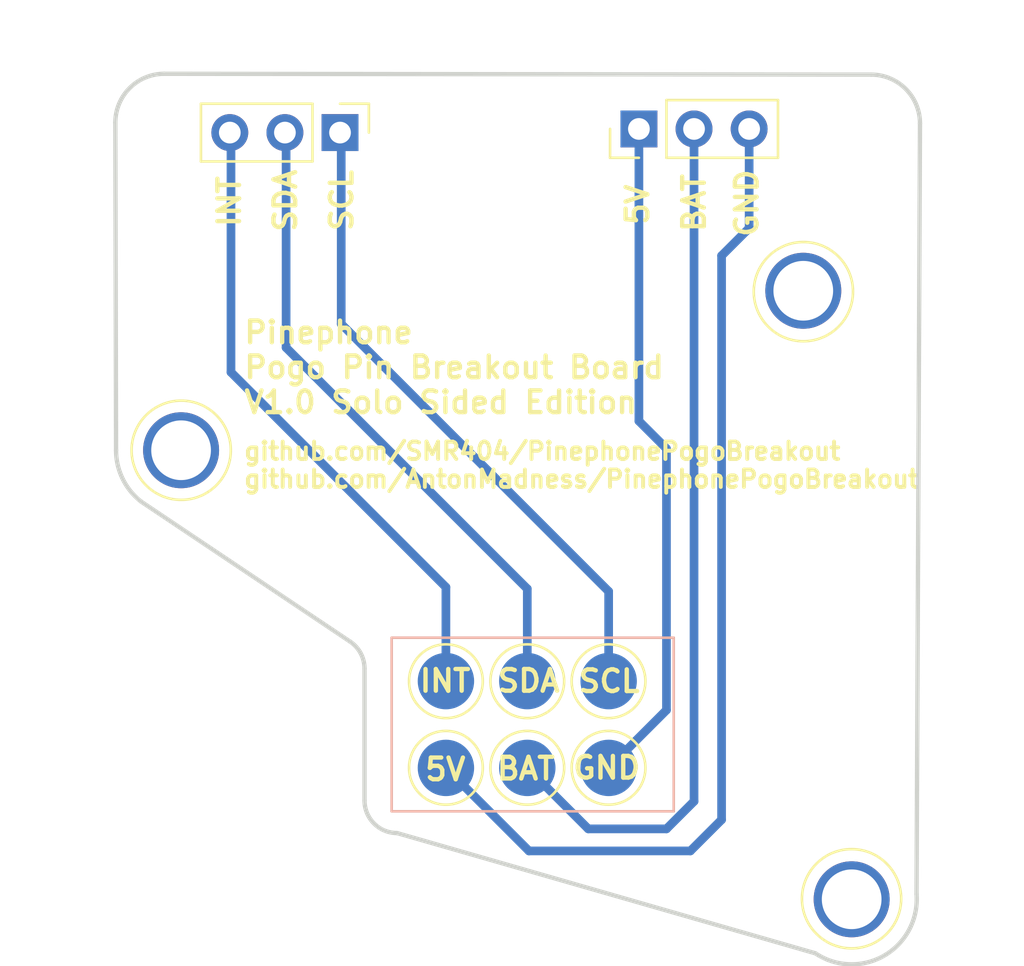
<source format=kicad_pcb>
(kicad_pcb (version 20171130) (host pcbnew "(5.1.6)-1")

  (general
    (thickness 1.6)
    (drawings 35)
    (tracks 32)
    (zones 0)
    (modules 6)
    (nets 7)
  )

  (page A4)
  (layers
    (0 F.Cu signal)
    (31 B.Cu signal)
    (32 B.Adhes user)
    (33 F.Adhes user)
    (34 B.Paste user)
    (35 F.Paste user)
    (36 B.SilkS user)
    (37 F.SilkS user)
    (38 B.Mask user)
    (39 F.Mask user)
    (40 Dwgs.User user)
    (41 Cmts.User user)
    (42 Eco1.User user)
    (43 Eco2.User user)
    (44 Edge.Cuts user)
    (45 Margin user)
    (46 B.CrtYd user)
    (47 F.CrtYd user)
    (48 B.Fab user)
    (49 F.Fab user)
  )

  (setup
    (last_trace_width 0.4)
    (trace_clearance 0.2)
    (zone_clearance 0.508)
    (zone_45_only no)
    (trace_min 0.2)
    (via_size 0.8)
    (via_drill 0.4)
    (via_min_size 0.4)
    (via_min_drill 0.3)
    (uvia_size 0.3)
    (uvia_drill 0.1)
    (uvias_allowed no)
    (uvia_min_size 0.2)
    (uvia_min_drill 0.1)
    (edge_width 0.05)
    (segment_width 0.2)
    (pcb_text_width 0.3)
    (pcb_text_size 1.5 1.5)
    (mod_edge_width 0.12)
    (mod_text_size 1 1)
    (mod_text_width 0.15)
    (pad_size 3.5 3.5)
    (pad_drill 2.75)
    (pad_to_mask_clearance 0.051)
    (solder_mask_min_width 0.25)
    (aux_axis_origin 0 0)
    (grid_origin 144.78 83.566)
    (visible_elements 7FFFFFFF)
    (pcbplotparams
      (layerselection 0x010fc_ffffffff)
      (usegerberextensions false)
      (usegerberattributes false)
      (usegerberadvancedattributes false)
      (creategerberjobfile false)
      (excludeedgelayer true)
      (linewidth 0.100000)
      (plotframeref false)
      (viasonmask false)
      (mode 1)
      (useauxorigin false)
      (hpglpennumber 1)
      (hpglpenspeed 20)
      (hpglpendiameter 15.000000)
      (psnegative false)
      (psa4output false)
      (plotreference true)
      (plotvalue true)
      (plotinvisibletext false)
      (padsonsilk false)
      (subtractmaskfromsilk false)
      (outputformat 1)
      (mirror false)
      (drillshape 1)
      (scaleselection 1)
      (outputdirectory ""))
  )

  (net 0 "")
  (net 1 "Net-(J1-Pad3)")
  (net 2 "Net-(J1-Pad2)")
  (net 3 "Net-(J1-Pad1)")
  (net 4 "Net-(J1-Pad4)")
  (net 5 "Net-(J1-Pad5)")
  (net 6 "Net-(J1-Pad6)")

  (net_class Default "This is the default net class."
    (clearance 0.2)
    (trace_width 0.4)
    (via_dia 0.8)
    (via_drill 0.4)
    (uvia_dia 0.3)
    (uvia_drill 0.1)
    (add_net "Net-(J1-Pad1)")
    (add_net "Net-(J1-Pad2)")
    (add_net "Net-(J1-Pad3)")
    (add_net "Net-(J1-Pad4)")
    (add_net "Net-(J1-Pad5)")
    (add_net "Net-(J1-Pad6)")
  )

  (module customFootprints_PPNFC:PP_6_pogo_pin_contacts (layer B.Cu) (tedit 5E47609C) (tstamp 5E47D4A9)
    (at 148.465 83.36 180)
    (path /5E47AA15)
    (fp_text reference J1 (at 4.245 3.39) (layer B.SilkS) hide
      (effects (font (size 1 1) (thickness 0.15)) (justify mirror))
    )
    (fp_text value Conn_01x06 (at 4.075 5.31) (layer B.Fab)
      (effects (font (size 1 1) (thickness 0.15)) (justify mirror))
    )
    (fp_line (start -3 -6) (end -3 2) (layer B.SilkS) (width 0.12))
    (fp_line (start 10 -6) (end -3 -6) (layer B.SilkS) (width 0.12))
    (fp_line (start 10 2) (end 10 -6) (layer B.SilkS) (width 0.12))
    (fp_line (start -3 2) (end 10 2) (layer B.SilkS) (width 0.12))
    (fp_circle (center 3.75 -4) (end 4.7 -4) (layer Dwgs.User) (width 0.12))
    (fp_line (start 0 -4) (end 7.5 -4) (layer Dwgs.User) (width 0.12))
    (fp_circle (center 0 -4) (end 0.95 -4) (layer Dwgs.User) (width 0.12))
    (fp_circle (center 7.5 -4) (end 8.45 -4) (layer Dwgs.User) (width 0.12))
    (fp_circle (center 3.75 0) (end 4.7 0) (layer Dwgs.User) (width 0.12))
    (fp_circle (center 7.5 0) (end 8.45 0) (layer Dwgs.User) (width 0.12))
    (fp_circle (center 0 0) (end 0.95 0) (layer Dwgs.User) (width 0.12))
    (fp_line (start 7.5 0) (end 7.5 -4) (layer Dwgs.User) (width 0.12))
    (fp_line (start 0 0) (end 7.5 0) (layer Dwgs.User) (width 0.12))
    (pad 3 smd circle (at 7.5 0 180) (size 2.6 2.6) (layers B.Cu B.Paste B.Mask)
      (net 1 "Net-(J1-Pad3)"))
    (pad 2 smd circle (at 3.75 0 180) (size 2.6 2.6) (layers B.Cu B.Paste B.Mask)
      (net 2 "Net-(J1-Pad2)"))
    (pad 1 smd circle (at 0 0 180) (size 2.6 2.6) (layers B.Cu B.Paste B.Mask)
      (net 3 "Net-(J1-Pad1)"))
    (pad 4 smd circle (at 0 -4 180) (size 2.6 2.6) (layers B.Cu B.Paste B.Mask)
      (net 4 "Net-(J1-Pad4)"))
    (pad 5 smd circle (at 3.75 -4 180) (size 2.6 2.6) (layers B.Cu B.Paste B.Mask)
      (net 5 "Net-(J1-Pad5)"))
    (pad 6 smd circle (at 7.5 -4 180) (size 2.6 2.6) (layers B.Cu B.Paste B.Mask)
      (net 6 "Net-(J1-Pad6)"))
  )

  (module MountingHole:MountingHole_2.2mm_M2_ISO7380 (layer F.Cu) (tedit 5E4788E2) (tstamp 5E47DDFA)
    (at 128.76 72.72)
    (descr "Mounting Hole 2.2mm, no annular, M2, ISO7380")
    (tags "mounting hole 2.2mm no annular m2 iso7380")
    (attr virtual)
    (fp_text reference REF** (at -5.824 3.988) (layer F.SilkS) hide
      (effects (font (size 1 1) (thickness 0.15)))
    )
    (fp_text value hole (at -6.586 1.956) (layer F.Fab)
      (effects (font (size 1 1) (thickness 0.15)))
    )
    (fp_circle (center 0 0) (end 2 0) (layer F.CrtYd) (width 0.05))
    (fp_circle (center 0 0) (end 1.75 0) (layer Cmts.User) (width 0.15))
    (fp_text user %R (at -6.078 0.432) (layer F.Fab)
      (effects (font (size 1 1) (thickness 0.15)))
    )
    (pad "" np_thru_hole circle (at 0 0) (size 3.5 3.5) (drill 2.75) (layers *.Cu *.Mask))
  )

  (module MountingHole:MountingHole_2.2mm_M2_ISO7380 (layer F.Cu) (tedit 5E4788E2) (tstamp 5E47DDFA)
    (at 159.665 93.415)
    (descr "Mounting Hole 2.2mm, no annular, M2, ISO7380")
    (tags "mounting hole 2.2mm no annular m2 iso7380")
    (attr virtual)
    (fp_text reference REF** (at 5.943 2.597) (layer F.SilkS) hide
      (effects (font (size 1 1) (thickness 0.15)))
    )
    (fp_text value hole (at 5.435 0.819) (layer F.Fab)
      (effects (font (size 1 1) (thickness 0.15)))
    )
    (fp_circle (center 0 0) (end 2 0) (layer F.CrtYd) (width 0.05))
    (fp_circle (center 0 0) (end 1.75 0) (layer Cmts.User) (width 0.15))
    (fp_text user %R (at 5.689 -0.705) (layer F.Fab)
      (effects (font (size 1 1) (thickness 0.15)))
    )
    (pad "" np_thru_hole circle (at 0 0) (size 3.5 3.5) (drill 2.75) (layers *.Cu *.Mask))
  )

  (module MountingHole:MountingHole_2.2mm_M2_ISO7380 (layer F.Cu) (tedit 5E4788E2) (tstamp 5E47DAD0)
    (at 157.435 65.37)
    (descr "Mounting Hole 2.2mm, no annular, M2, ISO7380")
    (tags "mounting hole 2.2mm no annular m2 iso7380")
    (attr virtual)
    (fp_text reference REF** (at 6.649 1.178) (layer F.SilkS) hide
      (effects (font (size 1 1) (thickness 0.15)))
    )
    (fp_text value hole (at 6.141 -0.6) (layer F.Fab)
      (effects (font (size 1 1) (thickness 0.15)))
    )
    (fp_circle (center 0 0) (end 1.75 0) (layer Cmts.User) (width 0.15))
    (fp_circle (center 0 0) (end 2 0) (layer F.CrtYd) (width 0.05))
    (fp_text user %R (at 6.649 -2.124) (layer F.Fab)
      (effects (font (size 1 1) (thickness 0.15)))
    )
    (pad "" np_thru_hole circle (at 0 0) (size 3.5 3.5) (drill 2.75) (layers *.Cu *.Mask))
  )

  (module Connector_PinHeader_2.54mm:PinHeader_1x03_P2.54mm_Vertical (layer F.Cu) (tedit 59FED5CC) (tstamp 5E47D4C0)
    (at 136.085 58.08 270)
    (descr "Through hole straight pin header, 1x03, 2.54mm pitch, single row")
    (tags "Through hole pin header THT 1x03 2.54mm single row")
    (path /5E479196)
    (fp_text reference J2 (at -4.232 -0.059 270) (layer F.SilkS) hide
      (effects (font (size 1 1) (thickness 0.15)))
    )
    (fp_text value Conn_01x03 (at -1.438 8.831 90) (layer F.Fab)
      (effects (font (size 1 1) (thickness 0.15)))
    )
    (fp_line (start 1.8 -1.8) (end -1.8 -1.8) (layer F.CrtYd) (width 0.05))
    (fp_line (start 1.8 6.85) (end 1.8 -1.8) (layer F.CrtYd) (width 0.05))
    (fp_line (start -1.8 6.85) (end 1.8 6.85) (layer F.CrtYd) (width 0.05))
    (fp_line (start -1.8 -1.8) (end -1.8 6.85) (layer F.CrtYd) (width 0.05))
    (fp_line (start -1.33 -1.33) (end 0 -1.33) (layer F.SilkS) (width 0.12))
    (fp_line (start -1.33 0) (end -1.33 -1.33) (layer F.SilkS) (width 0.12))
    (fp_line (start -1.33 1.27) (end 1.33 1.27) (layer F.SilkS) (width 0.12))
    (fp_line (start 1.33 1.27) (end 1.33 6.41) (layer F.SilkS) (width 0.12))
    (fp_line (start -1.33 1.27) (end -1.33 6.41) (layer F.SilkS) (width 0.12))
    (fp_line (start -1.33 6.41) (end 1.33 6.41) (layer F.SilkS) (width 0.12))
    (fp_line (start -1.27 -0.635) (end -0.635 -1.27) (layer F.Fab) (width 0.1))
    (fp_line (start -1.27 6.35) (end -1.27 -0.635) (layer F.Fab) (width 0.1))
    (fp_line (start 1.27 6.35) (end -1.27 6.35) (layer F.Fab) (width 0.1))
    (fp_line (start 1.27 -1.27) (end 1.27 6.35) (layer F.Fab) (width 0.1))
    (fp_line (start -0.635 -1.27) (end 1.27 -1.27) (layer F.Fab) (width 0.1))
    (fp_text user %R (at 0 2.54) (layer F.Fab)
      (effects (font (size 1 1) (thickness 0.15)))
    )
    (pad 1 thru_hole rect (at 0 0 270) (size 1.7 1.7) (drill 1) (layers *.Cu *.Mask)
      (net 3 "Net-(J1-Pad1)"))
    (pad 2 thru_hole oval (at 0 2.54 270) (size 1.7 1.7) (drill 1) (layers *.Cu *.Mask)
      (net 2 "Net-(J1-Pad2)"))
    (pad 3 thru_hole oval (at 0 5.08 270) (size 1.7 1.7) (drill 1) (layers *.Cu *.Mask)
      (net 1 "Net-(J1-Pad3)"))
    (model ${KISYS3DMOD}/Connector_PinHeader_2.54mm.3dshapes/PinHeader_1x03_P2.54mm_Vertical.wrl
      (at (xyz 0 0 0))
      (scale (xyz 1 1 1))
      (rotate (xyz 0 0 0))
    )
  )

  (module Connector_PinHeader_2.54mm:PinHeader_1x03_P2.54mm_Vertical (layer F.Cu) (tedit 59FED5CC) (tstamp 5E47D4D7)
    (at 149.86 57.912 90)
    (descr "Through hole straight pin header, 1x03, 2.54mm pitch, single row")
    (tags "Through hole pin header THT 1x03 2.54mm single row")
    (path /5E479DAA)
    (fp_text reference J3 (at -3.958 -0.334 270) (layer F.SilkS) hide
      (effects (font (size 1 1) (thickness 0.15)))
    )
    (fp_text value Conn_01x03 (at -0.91 9.064 90) (layer F.Fab)
      (effects (font (size 1 1) (thickness 0.15)))
    )
    (fp_text user %R (at 0 2.54) (layer F.Fab)
      (effects (font (size 1 1) (thickness 0.15)))
    )
    (fp_line (start 1.8 -1.8) (end -1.8 -1.8) (layer F.CrtYd) (width 0.05))
    (fp_line (start 1.8 6.85) (end 1.8 -1.8) (layer F.CrtYd) (width 0.05))
    (fp_line (start -1.8 6.85) (end 1.8 6.85) (layer F.CrtYd) (width 0.05))
    (fp_line (start -1.8 -1.8) (end -1.8 6.85) (layer F.CrtYd) (width 0.05))
    (fp_line (start -1.33 -1.33) (end 0 -1.33) (layer F.SilkS) (width 0.12))
    (fp_line (start -1.33 0) (end -1.33 -1.33) (layer F.SilkS) (width 0.12))
    (fp_line (start -1.33 1.27) (end 1.33 1.27) (layer F.SilkS) (width 0.12))
    (fp_line (start 1.33 1.27) (end 1.33 6.41) (layer F.SilkS) (width 0.12))
    (fp_line (start -1.33 1.27) (end -1.33 6.41) (layer F.SilkS) (width 0.12))
    (fp_line (start -1.33 6.41) (end 1.33 6.41) (layer F.SilkS) (width 0.12))
    (fp_line (start -1.27 -0.635) (end -0.635 -1.27) (layer F.Fab) (width 0.1))
    (fp_line (start -1.27 6.35) (end -1.27 -0.635) (layer F.Fab) (width 0.1))
    (fp_line (start 1.27 6.35) (end -1.27 6.35) (layer F.Fab) (width 0.1))
    (fp_line (start 1.27 -1.27) (end 1.27 6.35) (layer F.Fab) (width 0.1))
    (fp_line (start -0.635 -1.27) (end 1.27 -1.27) (layer F.Fab) (width 0.1))
    (pad 1 thru_hole rect (at 0 0 90) (size 1.7 1.7) (drill 1) (layers *.Cu *.Mask)
      (net 4 "Net-(J1-Pad4)"))
    (pad 2 thru_hole oval (at 0 2.54 90) (size 1.7 1.7) (drill 1) (layers *.Cu *.Mask)
      (net 5 "Net-(J1-Pad5)"))
    (pad 3 thru_hole oval (at 0 5.08 90) (size 1.7 1.7) (drill 1) (layers *.Cu *.Mask)
      (net 6 "Net-(J1-Pad6)"))
    (model ${KISYS3DMOD}/Connector_PinHeader_2.54mm.3dshapes/PinHeader_1x03_P2.54mm_Vertical.wrl
      (at (xyz 0 0 0))
      (scale (xyz 1 1 1))
      (rotate (xyz 0 0 0))
    )
  )

  (gr_line (start 157.994115 95.905006) (end 138.713833 90.362608) (layer Edge.Cuts) (width 0.2))
  (gr_text "github.com/SMR404/PinephonePogoBreakout\ngithub.com/AntonMadness/PinephonePogoBreakout" (at 131.572 73.406) (layer F.SilkS)
    (effects (font (size 0.8 0.8) (thickness 0.18)) (justify left))
  )
  (gr_text "Pinephone\nPogo Pin Breakout Board\nV1.0 Solo Sided Edition \n" (at 131.572 68.9) (layer F.SilkS)
    (effects (font (size 1 1) (thickness 0.2)) (justify left))
  )
  (gr_text 5V (at 149.795 61.4 90) (layer F.SilkS) (tstamp 5E47CC0C)
    (effects (font (size 1 1) (thickness 0.2)))
  )
  (gr_text BAT (at 152.4 61.32 90) (layer F.SilkS) (tstamp 5E47CC0C)
    (effects (font (size 1 1) (thickness 0.2)))
  )
  (gr_text GND (at 154.83 61.33 90) (layer F.SilkS) (tstamp 5E47CC0C)
    (effects (font (size 1 1) (thickness 0.2)))
  )
  (gr_text SCL (at 136.16 61.205 90) (layer F.SilkS) (tstamp 5E47CBED)
    (effects (font (size 1 1) (thickness 0.2)))
  )
  (gr_text SDA (at 133.565 61.215 90) (layer F.SilkS) (tstamp 5E47CBED)
    (effects (font (size 1 1) (thickness 0.2)))
  )
  (gr_text INT (at 130.98 61.255 90) (layer F.SilkS) (tstamp 5E47CBD2)
    (effects (font (size 1 1) (thickness 0.2)))
  )
  (gr_circle (center 159.66 93.39) (end 161.94699 93.39) (layer F.SilkS) (width 0.12) (tstamp 5E47CB7D))
  (gr_circle (center 157.44 65.41) (end 159.72699 65.41) (layer F.SilkS) (width 0.12) (tstamp 5E47CB7D))
  (gr_circle (center 128.765 72.72) (end 131.05199 72.72) (layer F.SilkS) (width 0.12))
  (gr_text GND (at 148.375 87.355) (layer F.SilkS) (tstamp 5E47CA62)
    (effects (font (size 1 1) (thickness 0.2)))
  )
  (gr_text BAT (at 144.65 87.395) (layer F.SilkS) (tstamp 5E47CA62)
    (effects (font (size 1 1) (thickness 0.2)))
  )
  (gr_text 5V (at 140.94 87.43) (layer F.SilkS) (tstamp 5E47CA62)
    (effects (font (size 1 1) (thickness 0.2)))
  )
  (gr_text INT (at 140.93 83.35) (layer F.SilkS) (tstamp 5E47CA62)
    (effects (font (size 1 1) (thickness 0.2)))
  )
  (gr_text SDA (at 144.78 83.35) (layer F.SilkS) (tstamp 5E47CA62)
    (effects (font (size 1 1) (thickness 0.2)))
  )
  (gr_text SCL (at 148.49 83.365) (layer F.SilkS) (tstamp 5E47C8C1)
    (effects (font (size 1 1) (thickness 0.2)))
  )
  (gr_circle (center 148.46 87.355) (end 150.16 87.355) (layer F.SilkS) (width 0.12) (tstamp 5E47C873))
  (gr_circle (center 144.715 87.355) (end 146.415 87.355) (layer F.SilkS) (width 0.12) (tstamp 5E47C873))
  (gr_circle (center 140.965 87.355) (end 142.665 87.355) (layer F.SilkS) (width 0.12) (tstamp 5E47C873))
  (gr_circle (center 148.46 83.365) (end 150.16 83.365) (layer F.SilkS) (width 0.12) (tstamp 5E47C873))
  (gr_circle (center 144.715 83.365) (end 146.415 83.365) (layer F.SilkS) (width 0.12) (tstamp 5E47C873))
  (gr_circle (center 140.965 83.365) (end 142.665 83.365) (layer F.SilkS) (width 0.12))
  (gr_arc (start 128.762857 72.719777) (end 125.762857 72.719777) (angle -52.25880262) (layer Edge.Cuts) (width 0.2))
  (gr_arc (start 135.713832 82.784412) (end 137.213833 82.784412) (angle -56.18093969) (layer Edge.Cuts) (width 0.2))
  (gr_line (start 125.762857 72.719777) (end 125.73 57.62) (layer Edge.Cuts) (width 0.2))
  (gr_line (start 136.548691 81.538213) (end 126.92657 75.092128) (layer Edge.Cuts) (width 0.2))
  (gr_arc (start 160.564 57.658) (end 162.814 57.658) (angle -90) (layer Edge.Cuts) (width 0.2))
  (gr_line (start 127.98 55.37) (end 160.564 55.408) (layer Edge.Cuts) (width 0.2))
  (gr_arc (start 127.98 57.62) (end 127.98 55.37) (angle -90) (layer Edge.Cuts) (width 0.2))
  (gr_line (start 137.213833 88.862608) (end 137.213833 82.784412) (layer Edge.Cuts) (width 0.2))
  (gr_arc (start 138.713833 88.862608) (end 137.213833 88.862608) (angle -90) (layer Edge.Cuts) (width 0.2))
  (gr_arc (start 159.663831 93.412608) (end 157.994115 95.905006) (angle -128.3633848) (layer Edge.Cuts) (width 0.2))
  (gr_line (start 162.814 57.658) (end 162.6544 93.174917) (layer Edge.Cuts) (width 0.2))

  (segment (start 131.06 58.18) (end 131.06 69.125) (width 0.4) (layer B.Cu) (net 1))
  (segment (start 140.965 79.03) (end 140.965 83.36) (width 0.4) (layer B.Cu) (net 1))
  (segment (start 131.06 69.125) (end 140.965 79.03) (width 0.4) (layer B.Cu) (net 1))
  (segment (start 133.64 58.22) (end 133.6 58.18) (width 0.25) (layer B.Cu) (net 2))
  (segment (start 144.715 83.36) (end 144.715 79.105) (width 0.4) (layer B.Cu) (net 2))
  (segment (start 133.6 67.99) (end 134.8875 69.2775) (width 0.4) (layer B.Cu) (net 2))
  (segment (start 133.6 58.18) (end 133.6 67.99) (width 0.4) (layer B.Cu) (net 2))
  (segment (start 144.715 79.105) (end 134.8875 69.2775) (width 0.4) (layer B.Cu) (net 2))
  (segment (start 134.8875 69.2775) (end 134.735 69.125) (width 0.25) (layer B.Cu) (net 2))
  (segment (start 136.14 58.18) (end 136.14 58.906037) (width 0.25) (layer B.Cu) (net 3))
  (segment (start 148.465 79.225) (end 148.465 83.36) (width 0.4) (layer B.Cu) (net 3))
  (segment (start 136.14 58.18) (end 136.14 66.9) (width 0.4) (layer B.Cu) (net 3))
  (segment (start 136.14 66.9) (end 148.465 79.225) (width 0.4) (layer B.Cu) (net 3))
  (segment (start 148.465 87.36) (end 148.635 87.36) (width 0.4) (layer B.Cu) (net 4))
  (segment (start 148.465 87.36) (end 151.13 84.695) (width 0.4) (layer B.Cu) (net 4))
  (segment (start 151.13 84.695) (end 151.13 72.644) (width 0.4) (layer B.Cu) (net 4))
  (segment (start 149.86 71.374) (end 149.86 57.912) (width 0.4) (layer B.Cu) (net 4))
  (segment (start 151.13 72.644) (end 149.86 71.374) (width 0.4) (layer B.Cu) (net 4))
  (segment (start 144.715 87.36) (end 144.715 87.17) (width 0.25) (layer B.Cu) (net 5))
  (segment (start 144.715 87.36) (end 144.83 87.36) (width 0.4) (layer B.Cu) (net 5))
  (segment (start 152.4 88.9) (end 152.4 57.912) (width 0.4) (layer B.Cu) (net 5))
  (segment (start 151.13 90.17) (end 152.4 88.9) (width 0.4) (layer B.Cu) (net 5))
  (segment (start 144.715 87.36) (end 147.525 90.17) (width 0.4) (layer B.Cu) (net 5))
  (segment (start 147.525 90.17) (end 151.13 90.17) (width 0.4) (layer B.Cu) (net 5))
  (segment (start 140.965 87.36) (end 140.965 87.045) (width 0.25) (layer B.Cu) (net 6))
  (segment (start 140.965 87.36) (end 140.965 87.3) (width 0.4) (layer B.Cu) (net 6))
  (segment (start 140.965 87.36) (end 144.791 91.186) (width 0.4) (layer B.Cu) (net 6))
  (segment (start 152.232542 91.186) (end 153.67 89.748542) (width 0.4) (layer B.Cu) (net 6))
  (segment (start 144.791 91.186) (end 152.232542 91.186) (width 0.4) (layer B.Cu) (net 6))
  (segment (start 153.67 89.748542) (end 153.67 63.754) (width 0.4) (layer B.Cu) (net 6))
  (segment (start 154.94 62.484) (end 154.94 57.912) (width 0.4) (layer B.Cu) (net 6))
  (segment (start 153.67 63.754) (end 154.94 62.484) (width 0.4) (layer B.Cu) (net 6))

)

</source>
